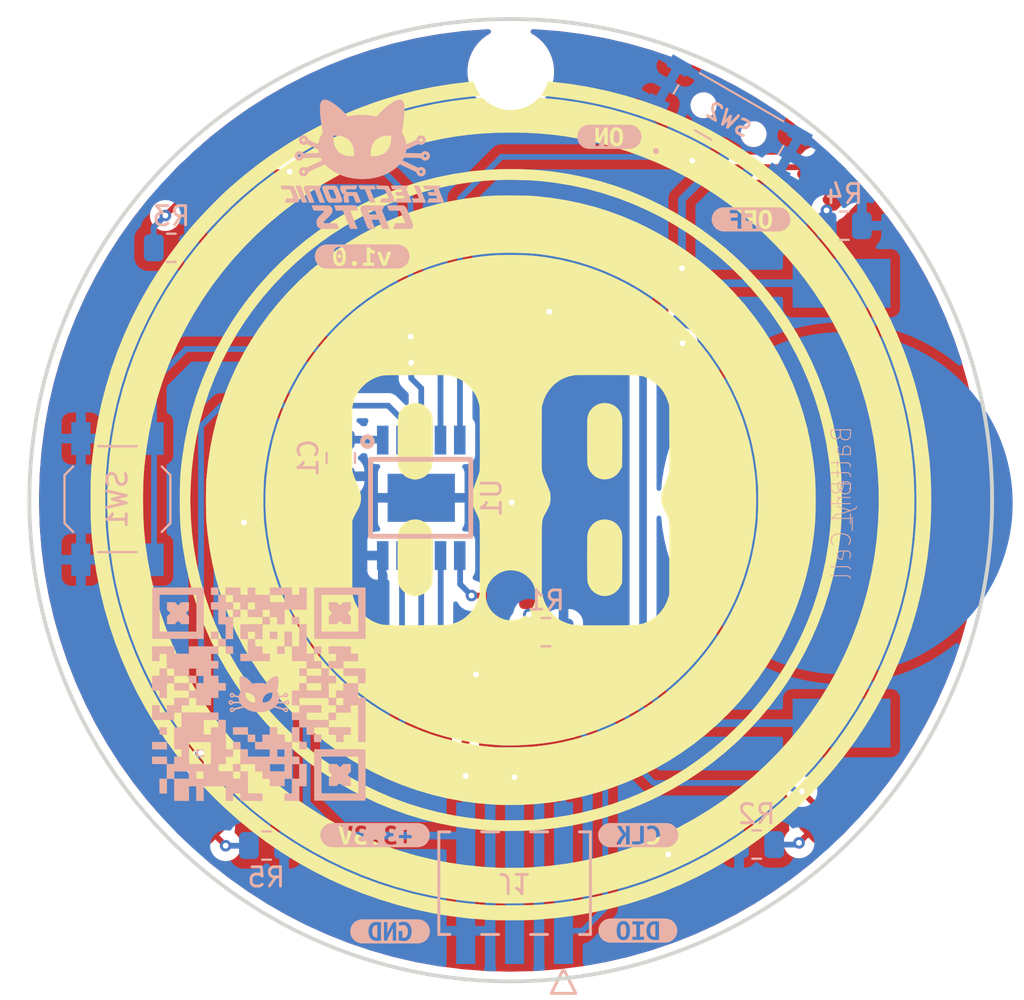
<source format=kicad_pcb>
(kicad_pcb (version 20240108) (generator "pcbnew") (generator_version "8.0")
  (layers (0 "F.Cu" signal) (31 "B.Cu" signal) (34 "B.Paste" user) (35 "F.Paste" user) (36 "B.SilkS" user "B.Silkscreen") (37 "F.SilkS" user "F.Silkscreen") (38 "B.Mask" user) (39 "F.Mask" user) (44 "Edge.Cuts" user))
  (net 0 "")
  (net 1 "+3.3V")
  (net 2 "Net-(BT1--)")
  (net 3 "GND")
  (net 4 "Net-(D1-K)")
  (net 5 "/PA1")
  (net 6 "/PA5")
  (net 7 "Net-(D2-K)")
  (net 8 "/PA6")
  (net 9 "Net-(D3-K)")
  (net 10 "Net-(D4-K)")
  (net 11 "/PA7")
  (net 12 "Net-(D5-K)")
  (net 13 "/PF0")
  (net 16 "/SWDIO")
  (net 17 "/SWCLK")
  (net 18 "/NRST")
  (footprint "Library:BADGE 8.8 _Nuevo archivo" (layer "F.Cu") (at 62.17 56.1)
    (property "Reference" "Ref**" (hide yes))
    (property "Value" "Val**" (hide yes))
  )
  (footprint "LED_SMD:LED_0805_2012Metric" (layer "F.Cu") (at 78.453744 39.674265 135)
    (property "Reference" "D4" (hide yes))
    (property "Value" "Green")
    (pad "1" smd roundrect (at -0.937501 0 135) (size 0.975 1.4) (layers "F.Cu" "F.Paste" "F.Mask") (net 10 "Net-(D4-K)"))
    (pad "2" smd roundrect (at 0.937501 0 135) (size 0.975 1.4) (layers "F.Cu" "F.Paste" "F.Mask") (net 5 "/PA1"))
  )
  (footprint "LED_SMD:LED_0805_2012Metric" (layer "F.Cu") (at 62.1625 61.07 180)
    (property "Reference" "D1" (hide yes))
    (property "Value" "Orange")
    (pad "1" smd roundrect (at -0.9375 0 180) (size 0.975 1.4) (layers "F.Cu" "F.Paste" "F.Mask") (net 4 "Net-(D1-K)"))
    (pad "2" smd roundrect (at 0.9375 0 180) (size 0.975 1.4) (layers "F.Cu" "F.Paste" "F.Mask") (net 8 "/PA6"))
  )
  (footprint "" (layer "F.Cu") (at 62.18 33.84)
    (property "Reference" "" (at 0 0 0) (layer "F.SilkS") (effects (font (size 1.27 1.27))))
    (property "Value" "")
    (pad "" np_thru_hole circle (at 0 0) (size 4 4) (drill 4) (layers "F&B.Cu" "*.Mask"))
  )
  (footprint "LED_SMD:LED_0805_2012Metric" (layer "F.Cu") (at 78.54 72.53 45)
    (property "Reference" "D2" (hide yes))
    (property "Value" "Red")
    (pad "1" smd roundrect (at -0.9375 0.000001 45) (size 0.975 1.4) (layers "F.Cu" "F.Paste" "F.Mask") (net 7 "Net-(D2-K)"))
    (pad "2" smd roundrect (at 0.9375 -0.000001 45) (size 0.975 1.4) (layers "F.Cu" "F.Paste" "F.Mask") (net 11 "/PA7"))
  )
  (footprint "LED_SMD:LED_0805_2012Metric" (layer "F.Cu") (at 45.860964 39.729655 45)
    (property "Reference" "D3" (hide yes))
    (property "Value" "Blue")
    (pad "1" smd roundrect (at -0.937501 0 45) (size 0.975 1.4) (layers "F.Cu" "F.Paste" "F.Mask") (net 9 "Net-(D3-K)"))
    (pad "2" smd roundrect (at 0.937501 0 45) (size 0.975 1.4) (layers "F.Cu" "F.Paste" "F.Mask") (net 6 "/PA5"))
  )
  (footprint "LED_SMD:LED_0805_2012Metric" (layer "F.Cu") (at 45.955577 72.596023 135)
    (property "Reference" "D5" (hide yes))
    (property "Value" "Yellow")
    (pad "1" smd roundrect (at -0.937501 0 135) (size 0.975 1.4) (layers "F.Cu" "F.Paste" "F.Mask") (net 12 "Net-(D5-K)"))
    (pad "2" smd roundrect (at 0.937501 0 135) (size 0.975 1.4) (layers "F.Cu" "F.Paste" "F.Mask") (net 13 "/PF0"))
  )
  (footprint "Resistor_SMD:R_0805_2012Metric" (layer "B.Cu") (at 74.95 74.01)
    (property "Reference" "R2" (at 0 -1.59 0) (layer "B.SilkS") (effects (justify mirror)))
    (property "Value" "330R")
    (pad "1" smd roundrect (at -0.9125 0) (size 1.025 1.4) (layers "B.Cu" "B.Paste" "B.Mask") (roundrect_rratio 0.243902) (net 3 "GND"))
    (pad "2" smd roundrect (at 0.9125 0) (size 1.025 1.4) (layers "B.Cu" "B.Paste" "B.Mask") (roundrect_rratio 0.243902) (net 7 "Net-(D2-K)"))
  )
  (footprint "Resistor_SMD:R_0805_2012Metric" (layer "B.Cu") (at 79.5 41.85 180)
    (property "Reference" "R4" (at 0 1.65 0) (layer "B.SilkS") (effects (justify mirror)))
    (property "Value" "330R")
    (pad "1" smd roundrect (at -0.9125 0 180) (size 1.025 1.4) (layers "B.Cu" "B.Paste" "B.Mask") (roundrect_rratio 0.243902) (net 3 "GND"))
    (pad "2" smd roundrect (at 0.9125 0 180) (size 1.025 1.4) (layers "B.Cu" "B.Paste" "B.Mask") (roundrect_rratio 0.243902) (net 10 "Net-(D4-K)"))
  )
  (footprint "Library:MSK12C02" (layer "B.Cu") (at 73.490962 36.34 -30)
    (property "Reference" "SW2" (at 0 0 150) (layer "B.SilkS") (effects (font (size 0.8 0.8) (thickness 0.15) (bold yes)) (justify mirror)))
    (property "Value" "On" (hide yes))
    (pad "" np_thru_hole circle (at -1.5 0 330) (size 0.85 0.85) (drill 0.85) (layers "*.Cu" "*.Mask"))
    (pad "" np_thru_hole circle (at 1.5 0 330) (size 0.85 0.85) (drill 0.85) (layers "*.Cu" "*.Mask"))
    (pad "1" smd rect (at -2.249999 1.900001 330) (size 0.6 1.1) (layers "B.Cu" "B.Paste" "B.Mask") (net 3 "GND"))
    (pad "2" smd rect (at 0.75 1.9 330) (size 0.6 1.1) (layers "B.Cu" "B.Paste" "B.Mask") (net 2 "Net-(BT1--)"))
    (pad "3" smd rect (at 2.25 1.9 330) (size 0.6 1.1) (layers "B.Cu" "B.Paste" "B.Mask"))
    (pad "4" smd rect (at -3.625 -1.15 240) (size 0.7 1.15) (layers "B.Cu" "B.Paste" "B.Mask") (net 3 "GND"))
    (pad "4" smd rect (at -3.625 1.150001 240) (size 0.7 1.15) (layers "B.Cu" "B.Paste" "B.Mask") (net 3 "GND"))
    (pad "4" smd rect (at 3.625 -1.150001 240) (size 0.7 1.15) (layers "B.Cu" "B.Paste" "B.Mask") (net 3 "GND"))
    (pad "4" smd rect (at 3.625 1.15 240) (size 0.7 1.15) (layers "B.Cu" "B.Paste" "B.Mask") (net 3 "GND"))
  )
  (footprint "kibuzzard-66EC9DE2" (layer "B.Cu") (at 55.13 73.52 180)
    (property "Reference" "kibuzzard-66EC9DE2" (hide yes))
    (property "Value" "G***" (hide yes))
  )
  (footprint "kibuzzard-66EC9D2A" (layer "B.Cu") (at 55.91 78.52 180)
    (property "Reference" "kibuzzard-66EC9D2A" (hide yes))
    (property "Value" "G***" (hide yes))
  )
  (footprint "Button_Switch_SMD:SW_SPST_TL3342" (layer "B.Cu") (at 41.75 56.06 -90)
    (property "Reference" "SW1" (at 0 0 90) (layer "B.SilkS") (effects (justify mirror)))
    (property "Value" "SW_RST")
    (pad "1" smd rect (at -3.15 1.9 270) (size 1.7 1) (layers "B.Cu" "B.Paste" "B.Mask") (net 3 "GND"))
    (pad "1" smd rect (at 3.15 1.9 270) (size 1.7 1) (layers "B.Cu" "B.Paste" "B.Mask") (net 3 "GND"))
    (pad "2" smd rect (at -3.15 -1.9 270) (size 1.7 1) (layers "B.Cu" "B.Paste" "B.Mask") (net 18 "/NRST"))
    (pad "2" smd rect (at 3.15 -1.9 270) (size 1.7 1) (layers "B.Cu" "B.Paste" "B.Mask") (net 18 "/NRST"))
  )
  (footprint "Resistor_SMD:R_0805_2012Metric" (layer "B.Cu") (at 44.55 43 180)
    (property "Reference" "R3" (at 0 1.65 0) (layer "B.SilkS") (effects (justify mirror)))
    (property "Value" "330R")
    (pad "1" smd roundrect (at -0.9125 0 180) (size 1.025 1.4) (layers "B.Cu" "B.Paste" "B.Mask") (roundrect_rratio 0.243902) (net 3 "GND"))
    (pad "2" smd roundrect (at 0.9125 0 180) (size 1.025 1.4) (layers "B.Cu" "B.Paste" "B.Mask") (roundrect_rratio 0.243902) (net 9 "Net-(D3-K)"))
  )
  (footprint "kibuzzard-66EC9C8E" (layer "B.Cu") (at 67.3 37.23 180)
    (property "Reference" "kibuzzard-66EC9C8E" (hide yes))
    (property "Value" "G***" (hide yes))
  )
  (footprint "kibuzzard-66EDECB6" (layer "B.Cu") (at 54.46 43.45 180)
    (property "Reference" "kibuzzard-66EDECB6" (hide yes))
    (property "Value" "G***" (hide yes))
  )
  (footprint "kibuzzard-66ECAA39" (layer "B.Cu") (at 68.78 78.48 180)
    (property "Reference" "kibuzzard-66ECAA39" (hide yes))
    (property "Value" "G***" (hide yes))
  )
  (footprint "Library:PY32F002AA15M" (layer "B.Cu") (at 57.530002 55.989879 -90)
    (property "Reference" "U1" (at 0.000121 -3.649998 90) (layer "B.SilkS") (effects (justify mirror)))
    (property "Value" "PY32F002AA15M6TU")
    (pad "1" smd rect (at -2.999867 1.999996 270) (size 1.499997 0.599999) (layers "B.Cu" "B.Paste" "B.Mask") (net 1 "+3.3V"))
    (pad "2" smd rect (at -2.999867 0.999998 270) (size 1.499997 0.599999) (layers "B.Cu" "B.Paste" "B.Mask") (net 13 "/PF0"))
    (pad "3" smd rect (at -2.999867 0 270) (size 1.499997 0.599999) (layers "B.Cu" "B.Paste" "B.Mask") (net 6 "/PA5"))
    (pad "4" smd rect (at -2.999867 -0.999998 270) (size 1.499997 0.599999) (layers "B.Cu" "B.Paste" "B.Mask") (net 18 "/NRST"))
    (pad "5" smd rect (at -2.999867 -1.999996 270) (size 1.499997 0.599999) (layers "B.Cu" "B.Paste" "B.Mask") (net 5 "/PA1"))
    (pad "6" smd rect (at 3.000121 -1.999996 270) (size 1.499997 0.599999) (layers "B.Cu" "B.Paste" "B.Mask") (net 8 "/PA6"))
    (pad "7" smd rect (at 3.000121 -0.999998 270) (size 1.499997 0.599999) (layers "B.Cu" "B.Paste" "B.Mask") (net 11 "/PA7"))
    (pad "8" smd rect (at 3.000121 0 270) (size 1.499997 0.599999) (layers "B.Cu" "B.Paste" "B.Mask") (net 16 "/SWDIO"))
    (pad "9" smd rect (at 3.000121 0.999998 270) (size 1.499997 0.599999) (layers "B.Cu" "B.Paste" "B.Mask") (net 17 "/SWCLK"))
    (pad "10" smd rect (at 0.000127 0 270) (size 2.499995 3.499993) (layers "B.Cu" "B.Paste" "B.Mask") (net 3 "GND"))
    (pad "10" smd rect (at 3.000121 1.999996 270) (size 1.499997 0.599999) (layers "B.Cu" "B.Paste" "B.Mask") (net 3 "GND"))
  )
  (footprint "Library:qr" (layer "B.Cu") (at 49.11 66.43 180)
    (property "Reference" "G***" (hide yes))
    (property "Value" "LOGO" (hide yes))
  )
  (footprint "Resistor_SMD:R_0805_2012Metric" (layer "B.Cu") (at 49.4925 74.06 180)
    (property "Reference" "R5" (at 0.0125 -1.65 0) (layer "B.SilkS") (effects (justify mirror)))
    (property "Value" "330R")
    (pad "1" smd roundrect (at -0.9125 0 180) (size 1.025 1.4) (layers "B.Cu" "B.Paste" "B.Mask") (roundrect_rratio 0.243902) (net 3 "GND"))
    (pad "2" smd roundrect (at 0.9125 0 180) (size 1.025 1.4) (layers "B.Cu" "B.Paste" "B.Mask") (roundrect_rratio 0.243902) (net 12 "Net-(D5-K)"))
  )
  (footprint "kibuzzard-66EC9CA5" (layer "B.Cu") (at 74.66 41.52 180)
    (property "Reference" "kibuzzard-66EC9CA5" (hide yes))
    (property "Value" "G***" (hide yes))
  )
  (footprint "Library:B-2100N06P-B111_CKM" (layer "B.Cu") (at 64.92 78.49)
    (property "Reference" "J1" (at -2.54 -2.475 180) (layer "B.SilkS") (effects (justify mirror)))
    (property "Value" "Conn_02x03_Odd_Even")
    (pad "1" smd rect (at 0 0) (size 0.9906 3.4544) (layers "B.Cu" "B.Paste" "B.Mask") (net 16 "/SWDIO"))
    (pad "2" smd rect (at 0 -4.949999) (size 0.9906 3.4544) (layers "B.Cu" "B.Paste" "B.Mask") (net 17 "/SWCLK"))
    (pad "3" smd rect (at -2.54 0) (size 0.9906 3.4544) (layers "B.Cu" "B.Paste" "B.Mask"))
    (pad "4" smd rect (at -2.54 -4.949999) (size 0.9906 3.4544) (layers "B.Cu" "B.Paste" "B.Mask"))
    (pad "5" smd rect (at -5.08 0) (size 0.9906 3.4544) (layers "B.Cu" "B.Paste" "B.Mask") (net 3 "GND"))
    (pad "6" smd rect (at -5.08 -4.949999) (size 0.9906 3.4544) (layers "B.Cu" "B.Paste" "B.Mask") (net 1 "+3.3V"))
  )
  (footprint "Resistor_SMD:R_0805_2012Metric" (layer "B.Cu") (at 64.01 62.97 180)
    (property "Reference" "R1" (at 0 1.65 0) (layer "B.SilkS") (effects (justify mirror)))
    (property "Value" "330R")
    (pad "1" smd roundrect (at -0.9125 0 180) (size 1.025 1.4) (layers "B.Cu" "B.Paste" "B.Mask") (roundrect_rratio 0.243902) (net 3 "GND"))
    (pad "2" smd roundrect (at 0.9125 0 180) (size 1.025 1.4) (layers "B.Cu" "B.Paste" "B.Mask") (roundrect_rratio 0.243902) (net 4 "Net-(D1-K)"))
  )
  (footprint "kibuzzard-66ECA9F9" (layer "B.Cu") (at 68.8 73.52 180)
    (property "Reference" "kibuzzard-66ECA9F9" (hide yes))
    (property "Value" "G***" (hide yes))
  )
  (footprint "Library:BAT-HLD-001" (layer "B.Cu") (at 79.36 56.27 -90)
    (property "Reference" "BT1" (at 0 0 90) (layer "B.SilkS") (effects (font (size 1 0.9) (thickness 0.05)) (justify mirror)))
    (property "Value" "Battery_Cell" (at 0 0 90) (layer "B.SilkS") (effects (font (size 1 0.9) (thickness 0.05)) (justify mirror)))
    (pad "1" smd circle (at 0 0 270) (size 17.78 17.78) (layers "B.Cu" "B.Paste" "B.Mask") (net 2 "Net-(BT1--)"))
    (pad "2" smd rect (at -11.43 0 270) (size 2.54 5.08) (layers "B.Cu" "B.Paste" "B.Mask") (net 1 "+3.3V"))
    (pad "2" smd rect (at 11.43 0 270) (size 2.54 5.08) (layers "B.Cu" "B.Paste" "B.Mask") (net 1 "+3.3V"))
  )
  (footprint "Capacitor_SMD:C_0805_2012Metric" (layer "B.Cu") (at 53.35 53.92 -90)
    (property "Reference" "C1" (at 0 1.68 90) (layer "B.SilkS") (effects (justify mirror)))
    (property "Value" "0.1uF")
    (pad "1" smd roundrect (at -0.95 0 270) (size 1 1.45) (layers "B.Cu" "B.Paste" "B.Mask") (net 1 "+3.3V"))
    (pad "2" smd roundrect (at 0.95 0 270) (size 1 1.45) (layers "B.Cu" "B.Paste" "B.Mask") (net 3 "GND"))
  )
  (footprint "Aesthetics:electronic_cats_logo_8x6" (layer "B.Cu") (at 54.47 38.66 180)
    (property "Reference" "G***" (hide yes))
    (property "Value" "LOGO" (hide yes))
  )
  (gr_curve (pts (xy 87.181814 56.111836) (xy 87.181814 69.900575) (xy 75.965228 81.117182) (xy 62.18 81.117182)) (stroke (width 0.2)) (layer "Edge.Cuts"))
  (gr_curve (pts (xy 62.18 81.117182) (xy 48.391239 81.117182) (xy 37.174653 69.900575) (xy 37.174653 56.111836)) (stroke (width 0.2)) (layer "Edge.Cuts"))
  (gr_curve (pts (xy 37.174653 56.111836) (xy 37.174653 42.326607) (xy 48.391239 31.11) (xy 62.18 31.11)) (stroke (width 0.2)) (layer "Edge.Cuts"))
  (gr_curve (pts (xy 62.18 31.11) (xy 75.965228 31.11) (xy 87.181814 42.326607) (xy 87.181814 56.111836)) (stroke (width 0.2)) (layer "Edge.Cuts"))
  (segment (start 59.83 65.71) (end 59.83 70.43) (width 0.4) (layer "F.Cu") (net 1))
  (segment (start 60.37 65.17) (end 59.83 65.71) (width 0.4) (layer "F.Cu") (net 1))
  (segment (start 59.83 70.43) (end 59.84 70.44) (width 0.4) (layer "F.Cu") (net 1))
  (via (at 59.84 70.44) (size 0.6) (drill 0.3) (layers "F.Cu" "B.Cu") (net 1))
  (via (at 60.37 65.17) (size 0.6) (drill 0.3) (layers "F.Cu" "B.Cu") (net 1))
  (segment (start 53.260001 73.540001) (end 51.58 71.86) (width 0.4) (layer "B.Cu") (net 1))
  (segment (start 69.05 64.51) (end 69.05 65.05) (width 0.4) (layer "B.Cu") (net 1))
  (segment (start 69.05 47.13) (end 69.05 64) (width 0.4) (layer "B.Cu") (net 1))
  (segment (start 53.35 52.97) (end 55.509994 52.97) (width 0.4) (layer "B.Cu") (net 1))
  (segment (start 69.05 65.81) (end 70.94 67.7) (width 0.4) (layer "B.Cu") (net 1))
  (segment (start 52.63 52.97) (end 53.35 52.97) (width 0.4) (layer "B.Cu") (net 1))
  (segment (start 71.34 44.84) (end 69.05 47.13) (width 0.4) (layer "B.Cu") (net 1))
  (segment (start 61.03 64.51) (end 68.55 64.51) (width 0.4) (layer "B.Cu") (net 1))
  (segment (start 59.84 73.540001) (end 53.260001 73.540001) (width 0.4) (layer "B.Cu") (net 1))
  (segment (start 69.05 65.05) (end 69.05 65.81) (width 0.4) (layer "B.Cu") (net 1))
  (segment (start 51.58 71.86) (end 51.58 54.02) (width 0.4) (layer "B.Cu") (net 1))
  (segment (start 55.509994 52.97) (end 55.530006 52.990012) (width 0.4) (layer "B.Cu") (net 1))
  (segment (start 68.55 64.51) (end 69.05 64.51) (width 0.4) (layer "B.Cu") (net 1))
  (segment (start 51.58 54.02) (end 52.63 52.97) (width 0.4) (layer "B.Cu") (net 1))
  (segment (start 60.37 65.17) (end 61.03 64.51) (width 0.4) (layer "B.Cu") (net 1))
  (segment (start 69.05 65.01) (end 69.05 65.05) (width 0.4) (layer "B.Cu") (net 1))
  (segment (start 70.94 67.7) (end 79.36 67.7) (width 0.4) (layer "B.Cu") (net 1))
  (segment (start 59.84 70.44) (end 59.84 73.540001) (width 0.4) (layer "B.Cu") (net 1))
  (segment (start 69.05 64) (end 69.05 64.01) (width 0.4) (layer "B.Cu") (net 1))
  (segment (start 79.36 44.84) (end 71.34 44.84) (width 0.4) (layer "B.Cu") (net 1))
  (segment (start 68.55 64.51) (end 69.05 65.01) (width 0.4) (layer "B.Cu") (net 1))
  (segment (start 69.05 64.01) (end 68.55 64.51) (width 0.4) (layer "B.Cu") (net 1))
  (segment (start 69.05 64) (end 69.05 64.51) (width 0.4) (layer "B.Cu") (net 1))
  (segment (start 71.07 47.93) (end 71.07 44.06) (width 0.4) (layer "F.Cu") (net 2))
  (segment (start 71.1 47.96) (end 71.07 47.93) (width 0.4) (layer "F.Cu") (net 2))
  (via (at 71.07 44.06) (size 0.6) (drill 0.3) (layers "F.Cu" "B.Cu") (net 2))
  (via (at 71.1 47.96) (size 0.6) (drill 0.3) (layers "F.Cu" "B.Cu") (net 2))
  (segment (start 71.07 40.480929) (end 73.190481 38.360448) (width 0.4) (layer "B.Cu") (net 2))
  (segment (start 71.1 47.96) (end 71.1 50.22) (width 0.4) (layer "B.Cu") (net 2))
  (segment (start 77.15 56.27) (end 79.36 56.27) (width 0.4) (layer "B.Cu") (net 2))
  (segment (start 71.1 50.22) (end 77.15 56.27) (width 0.4) (layer "B.Cu") (net 2))
  (segment (start 71.07 44.06) (end 71.07 40.480929) (width 0.4) (layer "B.Cu") (net 2))
  (via (at 70.36 74.52) (size 0.6) (drill 0.3) (layers "F.Cu" "B.Cu") (net 3))
  (via (at 64.18 46.32) (size 0.6) (drill 0.3) (layers "F.Cu" "B.Cu") (net 3))
  (via (at 62.23 56.22) (size 0.6) (drill 0.3) (layers "F.Cu" "B.Cu") (net 3))
  (via (at 48.32 57.27) (size 0.6) (drill 0.3) (layers "F.Cu" "B.Cu") (net 3))
  (via (at 62.37 70.51) (size 0.6) (drill 0.3) (layers "F.Cu" "B.Cu") (net 3))
  (segment (start 63.12 62.05) (end 63.1 62.03) (width 0.3) (layer "F.Cu") (net 4))
  (segment (start 63.1 62.03) (end 63.1 61.07) (width 0.3) (layer "F.Cu") (net 4))
  (via (at 63.12 62.05) (size 0.6) (drill 0.3) (layers "F.Cu" "B.Cu") (net 4))
  (segment (start 63.12 62.9475) (end 63.0975 62.97) (width 0.3) (layer "B.Cu") (net 4))
  (segment (start 63.12 62.05) (end 63.12 62.9475) (width 0.3) (layer "B.Cu") (net 4))
  (segment (start 77.589479 38.81) (end 77.790831 39.011352) (width 0.3) (layer "F.Cu") (net 5))
  (segment (start 71.95 38.81) (end 77.589479 38.81) (width 0.3) (layer "F.Cu") (net 5))
  (segment (start 71.605 38.465) (end 71.95 38.81) (width 0.3) (layer "F.Cu") (net 5))
  (via (at 71.605 38.465) (size 0.6) (drill 0.3) (layers "F.Cu" "B.Cu") (net 5))
  (segment (start 71.605 38.465) (end 71.41 38.27) (width 0.3) (layer "B.Cu") (net 5))
  (segment (start 61.7 38.27) (end 59.54 40.43) (width 0.3) (layer "B.Cu") (net 5))
  (segment (start 59.54 52.98001) (end 59.529998 52.990012) (width 0.3) (layer "B.Cu") (net 5))
  (segment (start 71.41 38.27) (end 61.7 38.27) (width 0.3) (layer "B.Cu") (net 5))
  (segment (start 59.54 40.43) (end 59.54 52.98001) (width 0.3) (layer "B.Cu") (net 5))
  (segment (start 56.98 47.61) (end 56.98 48.93924) (width 0.3) (layer "F.Cu") (net 6))
  (segment (start 50.663258 39.066742) (end 50.69 39.04) (width 0.3) (layer "F.Cu") (net 6))
  (segment (start 56.98 48.93924) (end 57.01038 48.96962) (width 0.3) (layer "F.Cu") (net 6))
  (segment (start 46.523877 39.066742) (end 50.663258 39.066742) (width 0.3) (layer "F.Cu") (net 6))
  (via (at 56.98 47.61) (size 0.6) (drill 0.3) (layers "F.Cu" "B.Cu") (net 6))
  (via (at 50.69 39.04) (size 0.6) (drill 0.3) (layers "F.Cu" "B.Cu") (net 6))
  (via (at 57.01038 48.96962) (size 0.6) (drill 0.3) (layers "F.Cu" "B.Cu") (net 6))
  (segment (start 56.97 47.6) (end 56.97 40.42) (width 0.3) (layer "B.Cu") (net 6))
  (segment (start 56.98 47.61) (end 56.97 47.6) (width 0.3) (layer "B.Cu") (net 6))
  (segment (start 56.97 40.42) (end 55.59 39.04) (width 0.3) (layer "B.Cu") (net 6))
  (segment (start 57.53 51.56) (end 57.530002 51.560002) (width 0.3) (layer "B.Cu") (net 6))
  (segment (start 57.01038 49.78038) (end 57.53 50.3) (width 0.3) (layer "B.Cu") (net 6))
  (segment (start 57.53 50.3) (end 57.53 51.56) (width 0.3) (layer "B.Cu") (net 6))
  (segment (start 57.01038 48.96962) (end 57.01038 49.78038) (width 0.3) (layer "B.Cu") (net 6))
  (segment (start 55.59 39.04) (end 50.69 39.04) (width 0.3) (layer "B.Cu") (net 6))
  (segment (start 57.530002 51.560002) (end 57.530002 52.990012) (width 0.3) (layer "B.Cu") (net 6))
  (segment (start 77.150001 73.92) (end 77.877088 73.192913) (width 0.3) (layer "F.Cu") (net 7))
  (via (at 77.150001 73.92) (size 0.6) (drill 0.3) (layers "F.Cu" "B.Cu") (net 7))
  (segment (start 77.060001 74.01) (end 75.8625 74.01) (width 0.3) (layer "B.Cu") (net 7))
  (segment (start 77.150001 73.92) (end 77.060001 74.01) (width 0.3) (layer "B.Cu") (net 7))
  (segment (start 61.225 61.07) (end 60.14 61.07) (width 0.3) (layer "F.Cu") (net 8))
  (via (at 60.14 61.07) (size 0.6) (drill 0.3) (layers "F.Cu" "B.Cu") (net 8))
  (segment (start 59.55 60.48) (end 59.55 59.010002) (width 0.3) (layer "B.Cu") (net 8))
  (segment (start 59.55 59.010002) (end 59.529998 58.99) (width 0.3) (layer "B.Cu") (net 8))
  (segment (start 60.14 61.07) (end 59.55 60.48) (width 0.3) (layer "B.Cu") (net 8))
  (segment (start 45.167432 40.392568) (end 44.24 41.32) (width 0.3) (layer "F.Cu") (net 9))
  (segment (start 45.198051 40.392568) (end 45.167432 40.392568) (width 0.3) (layer "F.Cu") (net 9))
  (via (at 44.24 41.32) (size 0.6) (drill 0.3) (layers "F.Cu" "B.Cu") (net 9))
  (segment (start 44.24 41.32) (end 43.63 41.93) (width 0.3) (layer "B.Cu") (net 9))
  (segment (start 43.63 41.93) (end 43.63 42.9925) (width 0.3) (layer "B.Cu") (net 9))
  (segment (start 43.63 42.9925) (end 43.6375 43) (width 0.3) (layer "B.Cu") (net 9))
  (segment (start 78.58 41.05) (end 78.58 40.873835) (width 0.3) (layer "F.Cu") (net 10))
  (segment (start 78.58 40.873835) (end 79.116657 40.337178) (width 0.3) (layer "F.Cu") (net 10))
  (via (at 78.58 41.05) (size 0.6) (drill 0.3) (layers "F.Cu" "B.Cu") (net 10))
  (segment (start 78.5875 41.0575) (end 78.5875 41.85) (width 0.3) (layer "B.Cu") (net 10))
  (segment (start 78.58 41.05) (end 78.5875 41.0575) (width 0.3) (layer "B.Cu") (net 10))
  (segment (start 79.202912 71.867087) (end 77.917087 71.867087) (width 0.3) (layer "F.Cu") (net 11))
  (segment (start 77.917087 71.867087) (end 77.3 71.25) (width 0.3) (layer "F.Cu") (net 11))
  (via (at 77.3 71.25) (size 0.6) (drill 0.3) (layers "F.Cu" "B.Cu") (net 11))
  (segment (start 69.6 70.81) (end 68.76 69.97) (width 0.3) (layer "B.Cu") (net 11))
  (segment (start 76.98 71.25) (end 76.54 70.81) (width 0.3) (layer "B.Cu") (net 11))
  (segment (start 68.76 67.91) (end 67.37 66.52) (width 0.3) (layer "B.Cu") (net 11))
  (segment (start 59.7 66.52) (end 58.54 65.36) (width 0.3) (layer "B.Cu") (net 11))
  (segment (start 76.54 70.81) (end 69.6 70.81) (width 0.3) (layer "B.Cu") (net 11))
  (segment (start 67.37 66.52) (end 59.7 66.52) (width 0.3) (layer "B.Cu") (net 11))
  (segment (start 77.3 71.25) (end 76.98 71.25) (width 0.3) (layer "B.Cu") (net 11))
  (segment (start 68.76 69.97) (end 68.76 67.91) (width 0.3) (layer "B.Cu") (net 11))
  (segment (start 58.54 59) (end 58.53 58.99) (width 0.3) (layer "B.Cu") (net 11))
  (segment (start 58.54 65.36) (end 58.54 59) (width 0.3) (layer "B.Cu") (net 11))
  (segment (start 46.61849 73.31849) (end 47.37 74.07) (width 0.3) (layer "F.Cu") (net 12))
  (segment (start 46.61849 73.258936) (end 46.61849 73.31849) (width 0.3) (layer "F.Cu") (net 12))
  (via (at 47.37 74.07) (size 0.6) (drill 0.3) (layers "F.Cu" "B.Cu") (net 12))
  (segment (start 47.37 74.07) (end 48.57 74.07) (width 0.3) (layer "B.Cu") (net 12))
  (segment (start 48.57 74.07) (end 48.58 74.06) (width 0.3) (layer "B.Cu") (net 12))
  (segment (start 46.09 69.24) (end 46.09 71.135774) (width 0.3) (layer "F.Cu") (net 13))
  (segment (start 46.09 71.135774) (end 45.292664 71.93311) (width 0.3) (layer "F.Cu") (net 13))
  (via (at 46.09 69.24) (size 0.6) (drill 0.3) (layers "F.Cu" "B.Cu") (net 13))
  (segment (start 56.530004 51.920004) (end 56.530004 52.990012) (width 0.3) (layer "B.Cu") (net 13))
  (segment (start 46.09 69.24) (end 46.09 52.26) (width 0.3) (layer "B.Cu") (net 13))
  (segment (start 47.15 51.2) (end 55.81 51.2) (width 0.3) (layer "B.Cu") (net 13))
  (segment (start 55.81 51.2) (end 56.530004 51.920004) (width 0.3) (layer "B.Cu") (net 13))
  (segment (start 46.09 52.26) (end 47.15 51.2) (width 0.3) (layer "B.Cu") (net 13))
  (segment (start 57.530002 67.110002) (end 58.57 68.15) (width 0.3) (layer "B.Cu") (net 16))
  (segment (start 58.57 68.15) (end 65.8 68.15) (width 0.3) (layer "B.Cu") (net 16))
  (segment (start 65.8 68.15) (end 67.09 69.44) (width 0.3) (layer "B.Cu") (net 16))
  (segment (start 57.530002 58.99) (end 57.530002 67.110002) (width 0.3) (layer "B.Cu") (net 16))
  (segment (start 67.09 77.31) (end 65.91 78.49) (width 0.3) (layer "B.Cu") (net 16))
  (segment (start 65.91 78.49) (end 64.92 78.49) (width 0.3) (layer "B.Cu") (net 16))
  (segment (start 67.09 69.44) (end 67.09 77.31) (width 0.3) (layer "B.Cu") (net 16))
  (segment (start 57.53 69.1) (end 63.76 69.1) (width 0.3) (layer "B.Cu") (net 17))
  (segment (start 56.530004 68.100004) (end 57.53 69.1) (width 0.3) (layer "B.Cu") (net 17))
  (segment (start 56.530004 58.99) (end 56.530004 68.100004) (width 0.3) (layer "B.Cu") (net 17))
  (segment (start 63.76 69.1) (end 64.92 70.26) (width 0.3) (layer "B.Cu") (net 17))
  (segment (start 64.92 70.26) (end 64.92 73.540001) (width 0.3) (layer "B.Cu") (net 17))
  (segment (start 43.65 49.93) (end 45.32 48.26) (width 0.3) (layer "B.Cu") (net 18))
  (segment (start 57.22 48.26) (end 58.53 49.57) (width 0.3) (layer "B.Cu") (net 18))
  (segment (start 43.65 52.91) (end 43.65 49.93) (width 0.3) (layer "B.Cu") (net 18))
  (segment (start 45.32 48.26) (end 57.22 48.26) (width 0.3) (layer "B.Cu") (net 18))
  (segment (start 58.53 49.57) (end 58.53 52.990012) (width 0.3) (layer "B.Cu") (net 18))
  (segment (start 43.65 59.21) (end 43.65 52.91) (width 0.3) (layer "B.Cu") (net 18))
  (zone (net 0) (net_name "") (layer "F.Cu") (connect_pads (clearance 0)) (min_thickness 0.25)
    (keepout (tracks allowed) (vias allowed) (pads allowed) (copperpour not_allowed) (footprints allowed))
    (fill (thermal_gap 0.5) (thermal_bridge_width 0.5))
    (polygon (pts (xy 53.22 49.53) (xy 70.55 49.54) (xy 70.48 62.75) (xy 53.42 62.68) (xy 53.51 49.2)))
  )
  (zone (net 3) (net_name "GND") (layers "F&B.Cu") (connect_pads (clearance 0.5)) (min_thickness 0.25) (fill yes (thermal_gap 0.5) (thermal_bridge_width 0.5) (island_removal_mode 1) (island_area_min 10))
    (polygon (pts (xy 36.01 30.13) (xy 88.65 30.13) (xy 88.84 82.09) (xy 36.01 82.09) (xy 36.02 30.12) (xy 35.65 30.15)))
  )
)
</source>
